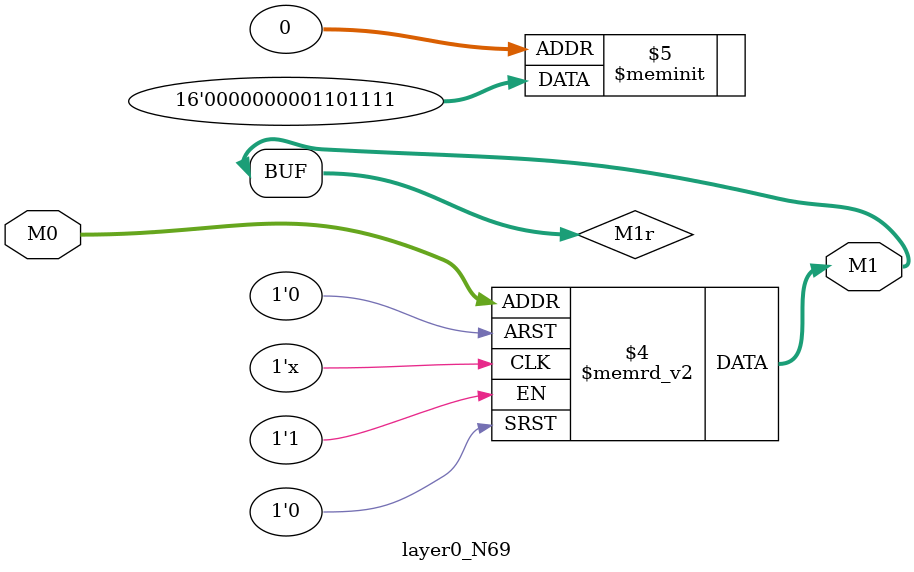
<source format=v>
module layer0_N69 ( input [2:0] M0, output [1:0] M1 );

	(*rom_style = "distributed" *) reg [1:0] M1r;
	assign M1 = M1r;
	always @ (M0) begin
		case (M0)
			3'b000: M1r = 2'b11;
			3'b100: M1r = 2'b00;
			3'b010: M1r = 2'b10;
			3'b110: M1r = 2'b00;
			3'b001: M1r = 2'b11;
			3'b101: M1r = 2'b00;
			3'b011: M1r = 2'b01;
			3'b111: M1r = 2'b00;

		endcase
	end
endmodule

</source>
